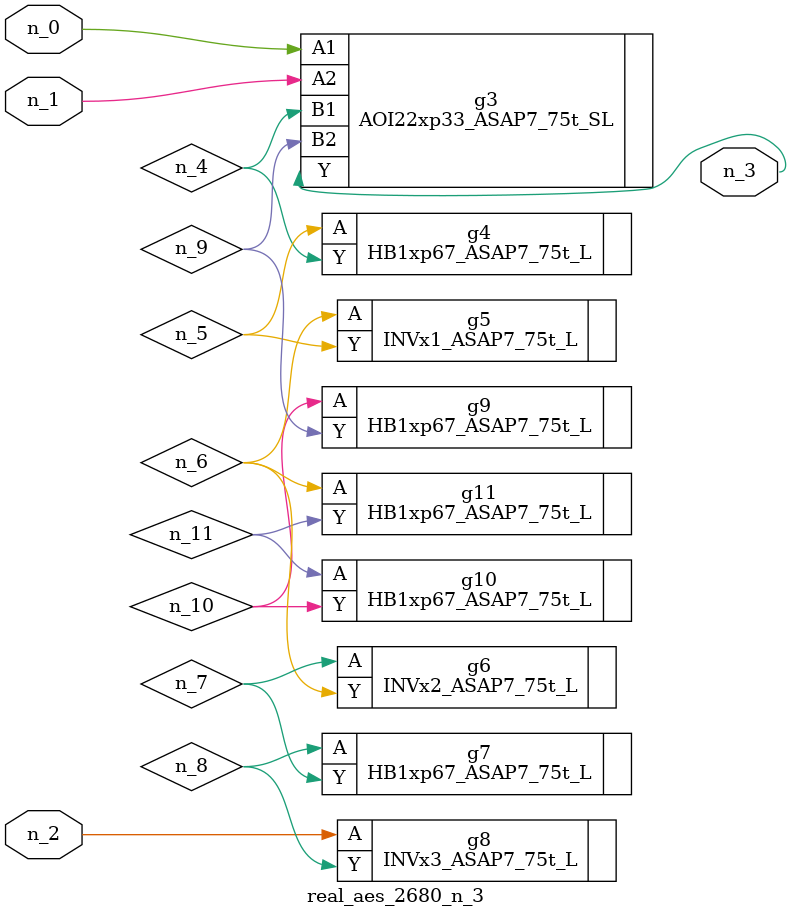
<source format=v>
module real_aes_2680_n_3 (n_0, n_2, n_1, n_3);
input n_0;
input n_2;
input n_1;
output n_3;
wire n_4;
wire n_5;
wire n_7;
wire n_9;
wire n_6;
wire n_8;
wire n_10;
wire n_11;
AOI22xp33_ASAP7_75t_SL g3 ( .A1(n_0), .A2(n_1), .B1(n_4), .B2(n_9), .Y(n_3) );
INVx3_ASAP7_75t_L g8 ( .A(n_2), .Y(n_8) );
HB1xp67_ASAP7_75t_L g4 ( .A(n_5), .Y(n_4) );
INVx1_ASAP7_75t_L g5 ( .A(n_6), .Y(n_5) );
HB1xp67_ASAP7_75t_L g11 ( .A(n_6), .Y(n_11) );
INVx2_ASAP7_75t_L g6 ( .A(n_7), .Y(n_6) );
HB1xp67_ASAP7_75t_L g7 ( .A(n_8), .Y(n_7) );
HB1xp67_ASAP7_75t_L g9 ( .A(n_10), .Y(n_9) );
HB1xp67_ASAP7_75t_L g10 ( .A(n_11), .Y(n_10) );
endmodule
</source>
